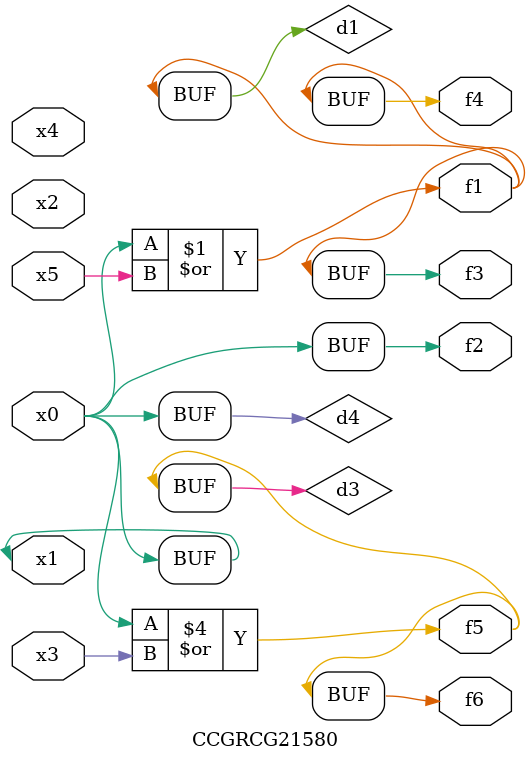
<source format=v>
module CCGRCG21580(
	input x0, x1, x2, x3, x4, x5,
	output f1, f2, f3, f4, f5, f6
);

	wire d1, d2, d3, d4;

	or (d1, x0, x5);
	xnor (d2, x1, x4);
	or (d3, x0, x3);
	buf (d4, x0, x1);
	assign f1 = d1;
	assign f2 = d4;
	assign f3 = d1;
	assign f4 = d1;
	assign f5 = d3;
	assign f6 = d3;
endmodule

</source>
